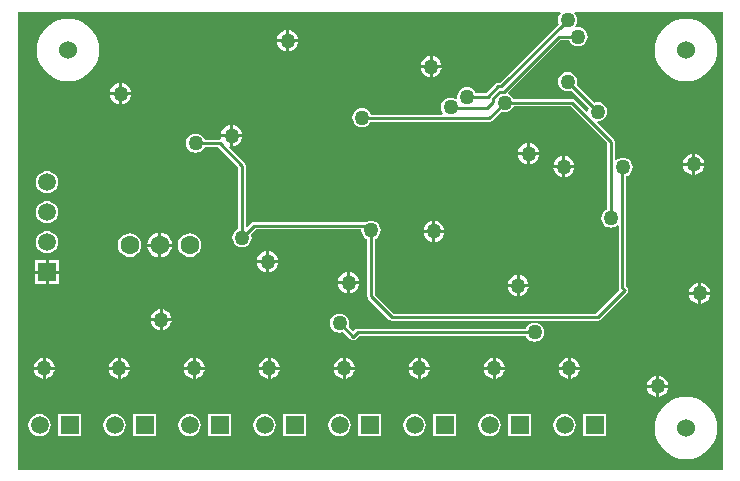
<source format=gbl>
G04 Layer_Physical_Order=2*
G04 Layer_Color=16711680*
%FSLAX23Y23*%
%MOIN*%
G70*
G01*
G75*
%ADD23C,0.010*%
%ADD25C,0.063*%
%ADD26C,0.060*%
%ADD27C,0.059*%
%ADD28R,0.059X0.059*%
%ADD29R,0.059X0.059*%
%ADD30C,0.050*%
G36*
X3363Y1012D02*
X1012D01*
Y2538D01*
X2821D01*
X2822Y2535D01*
X2822Y2533D01*
X2817Y2526D01*
X2814Y2518D01*
X2813Y2510D01*
X2814Y2502D01*
X2815Y2498D01*
X2619Y2301D01*
X2613D01*
X2608Y2300D01*
X2604Y2298D01*
X2574Y2267D01*
X2540D01*
X2538Y2271D01*
X2533Y2278D01*
X2526Y2283D01*
X2518Y2286D01*
X2510Y2287D01*
X2502Y2286D01*
X2494Y2283D01*
X2487Y2278D01*
X2482Y2271D01*
X2479Y2263D01*
X2478Y2255D01*
X2479Y2249D01*
X2474Y2246D01*
X2471Y2248D01*
X2463Y2251D01*
X2455Y2252D01*
X2447Y2251D01*
X2439Y2248D01*
X2432Y2243D01*
X2427Y2236D01*
X2424Y2228D01*
X2423Y2220D01*
X2424Y2212D01*
X2427Y2204D01*
X2430Y2200D01*
X2427Y2195D01*
X2190D01*
X2188Y2201D01*
X2183Y2208D01*
X2176Y2213D01*
X2168Y2216D01*
X2160Y2217D01*
X2152Y2216D01*
X2144Y2213D01*
X2137Y2208D01*
X2132Y2201D01*
X2129Y2193D01*
X2128Y2185D01*
X2129Y2177D01*
X2132Y2169D01*
X2137Y2162D01*
X2144Y2157D01*
X2152Y2154D01*
X2160Y2153D01*
X2168Y2154D01*
X2176Y2157D01*
X2183Y2162D01*
X2188Y2169D01*
X2189Y2171D01*
X2583D01*
X2588Y2172D01*
X2592Y2174D01*
X2623Y2205D01*
X2627Y2204D01*
X2635Y2203D01*
X2643Y2204D01*
X2651Y2207D01*
X2658Y2212D01*
X2663Y2219D01*
X2665Y2223D01*
X2855D01*
X2978Y2100D01*
Y1880D01*
X2974Y1878D01*
X2967Y1873D01*
X2962Y1866D01*
X2959Y1858D01*
X2958Y1850D01*
X2959Y1842D01*
X2962Y1834D01*
X2967Y1827D01*
X2974Y1822D01*
X2982Y1819D01*
X2990Y1818D01*
X2998Y1819D01*
X3006Y1822D01*
X3011Y1826D01*
X3016Y1823D01*
Y1617D01*
X3017Y1612D01*
X3018Y1610D01*
X2940Y1532D01*
X2265D01*
X2202Y1595D01*
Y1780D01*
X2206Y1782D01*
X2213Y1787D01*
X2218Y1794D01*
X2221Y1802D01*
X2222Y1810D01*
X2221Y1818D01*
X2218Y1826D01*
X2213Y1833D01*
X2206Y1838D01*
X2198Y1841D01*
X2190Y1842D01*
X2182Y1841D01*
X2174Y1838D01*
X2173Y1837D01*
X1800D01*
X1795Y1836D01*
X1791Y1834D01*
X1777Y1820D01*
X1772Y1822D01*
Y2025D01*
X1771Y2030D01*
X1769Y2034D01*
X1717Y2086D01*
X1719Y2091D01*
X1720Y2090D01*
Y2120D01*
X1690D01*
X1691Y2116D01*
X1687Y2112D01*
X1685Y2112D01*
X1635D01*
X1633Y2116D01*
X1628Y2123D01*
X1621Y2128D01*
X1613Y2131D01*
X1605Y2132D01*
X1597Y2131D01*
X1589Y2128D01*
X1582Y2123D01*
X1577Y2116D01*
X1574Y2108D01*
X1573Y2100D01*
X1574Y2092D01*
X1577Y2084D01*
X1582Y2077D01*
X1589Y2072D01*
X1597Y2069D01*
X1605Y2068D01*
X1613Y2069D01*
X1621Y2072D01*
X1628Y2077D01*
X1633Y2084D01*
X1635Y2088D01*
X1680D01*
X1748Y2020D01*
Y1815D01*
X1744Y1813D01*
X1737Y1808D01*
X1732Y1801D01*
X1729Y1793D01*
X1728Y1785D01*
X1729Y1777D01*
X1732Y1769D01*
X1737Y1762D01*
X1744Y1757D01*
X1752Y1754D01*
X1760Y1753D01*
X1768Y1754D01*
X1776Y1757D01*
X1783Y1762D01*
X1788Y1769D01*
X1791Y1777D01*
X1792Y1785D01*
X1791Y1793D01*
X1790Y1797D01*
X1805Y1813D01*
X2155D01*
X2158Y1810D01*
X2159Y1802D01*
X2162Y1794D01*
X2167Y1787D01*
X2174Y1782D01*
X2178Y1780D01*
Y1590D01*
X2179Y1585D01*
X2181Y1581D01*
X2251Y1511D01*
X2255Y1509D01*
X2260Y1508D01*
X2945D01*
X2950Y1509D01*
X2954Y1511D01*
X3044Y1601D01*
X3046Y1605D01*
X3047Y1610D01*
X3046Y1615D01*
X3044Y1619D01*
X3040Y1622D01*
Y1990D01*
X3046Y1992D01*
X3053Y1997D01*
X3058Y2004D01*
X3061Y2012D01*
X3062Y2020D01*
X3061Y2028D01*
X3058Y2036D01*
X3053Y2043D01*
X3046Y2048D01*
X3038Y2051D01*
X3030Y2052D01*
X3022Y2051D01*
X3014Y2048D01*
X3007Y2043D01*
X3005Y2043D01*
X3002Y2044D01*
Y2105D01*
X3001Y2110D01*
X2999Y2114D01*
X2944Y2168D01*
X2946Y2173D01*
X2953Y2174D01*
X2961Y2177D01*
X2968Y2182D01*
X2973Y2189D01*
X2976Y2197D01*
X2977Y2205D01*
X2976Y2213D01*
X2973Y2221D01*
X2968Y2228D01*
X2961Y2233D01*
X2953Y2236D01*
X2945Y2237D01*
X2937Y2236D01*
X2933Y2235D01*
X2875Y2293D01*
X2876Y2297D01*
X2877Y2305D01*
X2876Y2313D01*
X2873Y2321D01*
X2868Y2328D01*
X2861Y2333D01*
X2853Y2336D01*
X2845Y2337D01*
X2837Y2336D01*
X2829Y2333D01*
X2822Y2328D01*
X2817Y2321D01*
X2814Y2313D01*
X2813Y2305D01*
X2814Y2297D01*
X2817Y2289D01*
X2822Y2282D01*
X2829Y2277D01*
X2837Y2274D01*
X2845Y2273D01*
X2853Y2274D01*
X2857Y2275D01*
X2915Y2217D01*
X2914Y2213D01*
X2913Y2206D01*
X2908Y2204D01*
X2869Y2244D01*
X2865Y2246D01*
X2860Y2247D01*
X2665D01*
X2663Y2251D01*
X2658Y2258D01*
X2651Y2263D01*
X2648Y2264D01*
X2647Y2269D01*
X2820Y2443D01*
X2850D01*
X2852Y2439D01*
X2857Y2432D01*
X2864Y2427D01*
X2872Y2424D01*
X2880Y2423D01*
X2888Y2424D01*
X2896Y2427D01*
X2903Y2432D01*
X2908Y2439D01*
X2911Y2447D01*
X2912Y2455D01*
X2911Y2463D01*
X2908Y2471D01*
X2903Y2478D01*
X2896Y2483D01*
X2888Y2486D01*
X2880Y2487D01*
X2874Y2486D01*
X2871Y2491D01*
X2873Y2494D01*
X2876Y2502D01*
X2877Y2510D01*
X2876Y2518D01*
X2873Y2526D01*
X2868Y2533D01*
X2868Y2535D01*
X2869Y2538D01*
X3363D01*
Y1012D01*
D02*
G37*
%LPC*%
G36*
X1355Y1385D02*
Y1355D01*
X1385D01*
X1384Y1359D01*
X1381Y1368D01*
X1375Y1375D01*
X1368Y1381D01*
X1359Y1384D01*
X1355Y1385D01*
D02*
G37*
G36*
X1105D02*
Y1355D01*
X1135D01*
X1134Y1359D01*
X1131Y1368D01*
X1125Y1375D01*
X1118Y1381D01*
X1109Y1384D01*
X1105Y1385D01*
D02*
G37*
G36*
X1345D02*
X1341Y1384D01*
X1332Y1381D01*
X1325Y1375D01*
X1319Y1368D01*
X1316Y1359D01*
X1315Y1355D01*
X1345D01*
Y1385D01*
D02*
G37*
G36*
X1595D02*
X1591Y1384D01*
X1582Y1381D01*
X1575Y1375D01*
X1569Y1368D01*
X1566Y1359D01*
X1565Y1355D01*
X1595D01*
Y1385D01*
D02*
G37*
G36*
X1855D02*
Y1355D01*
X1885D01*
X1884Y1359D01*
X1881Y1368D01*
X1875Y1375D01*
X1868Y1381D01*
X1859Y1384D01*
X1855Y1385D01*
D02*
G37*
G36*
X1845D02*
X1841Y1384D01*
X1832Y1381D01*
X1825Y1375D01*
X1819Y1368D01*
X1816Y1359D01*
X1815Y1355D01*
X1845D01*
Y1385D01*
D02*
G37*
G36*
X1605D02*
Y1355D01*
X1635D01*
X1634Y1359D01*
X1631Y1368D01*
X1625Y1375D01*
X1618Y1381D01*
X1609Y1384D01*
X1605Y1385D01*
D02*
G37*
G36*
X1095D02*
X1091Y1384D01*
X1082Y1381D01*
X1075Y1375D01*
X1069Y1368D01*
X1066Y1359D01*
X1065Y1355D01*
X1095D01*
Y1385D01*
D02*
G37*
G36*
X2385Y1345D02*
X2355D01*
Y1315D01*
X2359Y1316D01*
X2368Y1319D01*
X2375Y1325D01*
X2381Y1332D01*
X2384Y1341D01*
X2385Y1345D01*
D02*
G37*
G36*
X2345D02*
X2315D01*
X2316Y1341D01*
X2319Y1332D01*
X2325Y1325D01*
X2332Y1319D01*
X2341Y1316D01*
X2345Y1315D01*
Y1345D01*
D02*
G37*
G36*
X2135D02*
X2105D01*
Y1315D01*
X2109Y1316D01*
X2118Y1319D01*
X2125Y1325D01*
X2131Y1332D01*
X2134Y1341D01*
X2135Y1345D01*
D02*
G37*
G36*
X2595D02*
X2565D01*
X2566Y1341D01*
X2569Y1332D01*
X2575Y1325D01*
X2582Y1319D01*
X2591Y1316D01*
X2595Y1315D01*
Y1345D01*
D02*
G37*
G36*
X2885D02*
X2855D01*
Y1315D01*
X2859Y1316D01*
X2868Y1319D01*
X2875Y1325D01*
X2881Y1332D01*
X2884Y1341D01*
X2885Y1345D01*
D02*
G37*
G36*
X2845D02*
X2815D01*
X2816Y1341D01*
X2819Y1332D01*
X2825Y1325D01*
X2832Y1319D01*
X2841Y1316D01*
X2845Y1315D01*
Y1345D01*
D02*
G37*
G36*
X2635D02*
X2605D01*
Y1315D01*
X2609Y1316D01*
X2618Y1319D01*
X2625Y1325D01*
X2631Y1332D01*
X2634Y1341D01*
X2635Y1345D01*
D02*
G37*
G36*
X1525Y1507D02*
X1495D01*
Y1477D01*
X1499Y1478D01*
X1508Y1481D01*
X1515Y1487D01*
X1521Y1494D01*
X1524Y1503D01*
X1525Y1507D01*
D02*
G37*
G36*
X1485D02*
X1455D01*
X1456Y1503D01*
X1459Y1494D01*
X1465Y1487D01*
X1472Y1481D01*
X1481Y1478D01*
X1485Y1477D01*
Y1507D01*
D02*
G37*
G36*
X2085Y1532D02*
X2077Y1531D01*
X2069Y1528D01*
X2062Y1523D01*
X2057Y1516D01*
X2054Y1508D01*
X2053Y1500D01*
X2054Y1492D01*
X2057Y1484D01*
X2062Y1477D01*
X2069Y1472D01*
X2077Y1469D01*
X2085Y1468D01*
X2093Y1469D01*
X2097Y1470D01*
X2121Y1446D01*
X2125Y1444D01*
X2130Y1443D01*
X2135Y1444D01*
X2139Y1446D01*
X2150Y1458D01*
X2705D01*
X2707Y1454D01*
X2712Y1447D01*
X2719Y1442D01*
X2727Y1439D01*
X2735Y1438D01*
X2743Y1439D01*
X2751Y1442D01*
X2758Y1447D01*
X2763Y1454D01*
X2766Y1462D01*
X2767Y1470D01*
X2766Y1478D01*
X2763Y1486D01*
X2758Y1493D01*
X2751Y1498D01*
X2743Y1501D01*
X2735Y1502D01*
X2727Y1501D01*
X2719Y1498D01*
X2712Y1493D01*
X2707Y1486D01*
X2705Y1482D01*
X2145D01*
X2140Y1481D01*
X2136Y1479D01*
X2130Y1472D01*
X2115Y1488D01*
X2116Y1492D01*
X2117Y1500D01*
X2116Y1508D01*
X2113Y1516D01*
X2108Y1523D01*
X2101Y1528D01*
X2093Y1531D01*
X2085Y1532D01*
D02*
G37*
G36*
X1485Y1546D02*
X1481Y1546D01*
X1472Y1542D01*
X1465Y1537D01*
X1459Y1530D01*
X1456Y1521D01*
X1455Y1517D01*
X1485D01*
Y1546D01*
D02*
G37*
G36*
X3320Y1595D02*
X3290D01*
Y1565D01*
X3294Y1566D01*
X3303Y1569D01*
X3310Y1575D01*
X3316Y1582D01*
X3319Y1591D01*
X3320Y1595D01*
D02*
G37*
G36*
X3280D02*
X3250D01*
X3251Y1591D01*
X3254Y1582D01*
X3260Y1575D01*
X3267Y1569D01*
X3276Y1566D01*
X3280Y1565D01*
Y1595D01*
D02*
G37*
G36*
X1495Y1546D02*
Y1517D01*
X1525D01*
X1524Y1521D01*
X1521Y1530D01*
X1515Y1537D01*
X1508Y1542D01*
X1499Y1546D01*
X1495Y1546D01*
D02*
G37*
G36*
X2855Y1385D02*
Y1355D01*
X2885D01*
X2884Y1359D01*
X2881Y1368D01*
X2875Y1375D01*
X2868Y1381D01*
X2859Y1384D01*
X2855Y1385D01*
D02*
G37*
G36*
X2345D02*
X2341Y1384D01*
X2332Y1381D01*
X2325Y1375D01*
X2319Y1368D01*
X2316Y1359D01*
X2315Y1355D01*
X2345D01*
Y1385D01*
D02*
G37*
G36*
X2105D02*
Y1355D01*
X2135D01*
X2134Y1359D01*
X2131Y1368D01*
X2125Y1375D01*
X2118Y1381D01*
X2109Y1384D01*
X2105Y1385D01*
D02*
G37*
G36*
X2095D02*
X2091Y1384D01*
X2082Y1381D01*
X2075Y1375D01*
X2069Y1368D01*
X2066Y1359D01*
X2065Y1355D01*
X2095D01*
Y1385D01*
D02*
G37*
G36*
X2355D02*
Y1355D01*
X2385D01*
X2384Y1359D01*
X2381Y1368D01*
X2375Y1375D01*
X2368Y1381D01*
X2359Y1384D01*
X2355Y1385D01*
D02*
G37*
G36*
X2845D02*
X2841Y1384D01*
X2832Y1381D01*
X2825Y1375D01*
X2819Y1368D01*
X2816Y1359D01*
X2815Y1355D01*
X2845D01*
Y1385D01*
D02*
G37*
G36*
X2605D02*
Y1355D01*
X2635D01*
X2634Y1359D01*
X2631Y1368D01*
X2625Y1375D01*
X2618Y1381D01*
X2609Y1384D01*
X2605Y1385D01*
D02*
G37*
G36*
X2595D02*
X2591Y1384D01*
X2582Y1381D01*
X2575Y1375D01*
X2569Y1368D01*
X2566Y1359D01*
X2565Y1355D01*
X2595D01*
Y1385D01*
D02*
G37*
G36*
X1472Y1197D02*
X1398D01*
Y1123D01*
X1472D01*
Y1197D01*
D02*
G37*
G36*
X1222D02*
X1148D01*
Y1123D01*
X1222D01*
Y1197D01*
D02*
G37*
G36*
X2835Y1197D02*
X2825Y1196D01*
X2817Y1192D01*
X2809Y1186D01*
X2803Y1178D01*
X2799Y1170D01*
X2798Y1160D01*
X2799Y1150D01*
X2803Y1142D01*
X2809Y1134D01*
X2817Y1128D01*
X2825Y1124D01*
X2835Y1123D01*
X2845Y1124D01*
X2853Y1128D01*
X2861Y1134D01*
X2867Y1142D01*
X2871Y1150D01*
X2872Y1160D01*
X2871Y1170D01*
X2867Y1178D01*
X2861Y1186D01*
X2853Y1192D01*
X2845Y1196D01*
X2835Y1197D01*
D02*
G37*
G36*
X1722Y1197D02*
X1648D01*
Y1123D01*
X1722D01*
Y1197D01*
D02*
G37*
G36*
X2472D02*
X2398D01*
Y1123D01*
X2472D01*
Y1197D01*
D02*
G37*
G36*
X2222D02*
X2148D01*
Y1123D01*
X2222D01*
Y1197D01*
D02*
G37*
G36*
X1972D02*
X1898D01*
Y1123D01*
X1972D01*
Y1197D01*
D02*
G37*
G36*
X2585Y1197D02*
X2575Y1196D01*
X2567Y1192D01*
X2559Y1186D01*
X2553Y1178D01*
X2549Y1170D01*
X2548Y1160D01*
X2549Y1150D01*
X2553Y1142D01*
X2559Y1134D01*
X2567Y1128D01*
X2575Y1124D01*
X2585Y1123D01*
X2595Y1124D01*
X2603Y1128D01*
X2611Y1134D01*
X2617Y1142D01*
X2621Y1150D01*
X2622Y1160D01*
X2621Y1170D01*
X2617Y1178D01*
X2611Y1186D01*
X2603Y1192D01*
X2595Y1196D01*
X2585Y1197D01*
D02*
G37*
G36*
X1335D02*
X1325Y1196D01*
X1317Y1192D01*
X1309Y1186D01*
X1303Y1178D01*
X1299Y1170D01*
X1298Y1160D01*
X1299Y1150D01*
X1303Y1142D01*
X1309Y1134D01*
X1317Y1128D01*
X1325Y1124D01*
X1335Y1123D01*
X1345Y1124D01*
X1353Y1128D01*
X1361Y1134D01*
X1367Y1142D01*
X1371Y1150D01*
X1372Y1160D01*
X1371Y1170D01*
X1367Y1178D01*
X1361Y1186D01*
X1353Y1192D01*
X1345Y1196D01*
X1335Y1197D01*
D02*
G37*
G36*
X1085D02*
X1075Y1196D01*
X1067Y1192D01*
X1059Y1186D01*
X1053Y1178D01*
X1049Y1170D01*
X1048Y1160D01*
X1049Y1150D01*
X1053Y1142D01*
X1059Y1134D01*
X1067Y1128D01*
X1075Y1124D01*
X1085Y1123D01*
X1095Y1124D01*
X1103Y1128D01*
X1111Y1134D01*
X1117Y1142D01*
X1121Y1150D01*
X1122Y1160D01*
X1121Y1170D01*
X1117Y1178D01*
X1111Y1186D01*
X1103Y1192D01*
X1095Y1196D01*
X1085Y1197D01*
D02*
G37*
G36*
X3240Y1254D02*
X3224Y1253D01*
X3208Y1249D01*
X3193Y1243D01*
X3179Y1234D01*
X3166Y1224D01*
X3156Y1211D01*
X3147Y1197D01*
X3141Y1182D01*
X3137Y1166D01*
X3136Y1150D01*
X3137Y1134D01*
X3141Y1118D01*
X3147Y1103D01*
X3156Y1089D01*
X3166Y1076D01*
X3179Y1066D01*
X3193Y1057D01*
X3208Y1051D01*
X3224Y1047D01*
X3240Y1046D01*
X3256Y1047D01*
X3272Y1051D01*
X3287Y1057D01*
X3301Y1066D01*
X3314Y1076D01*
X3324Y1089D01*
X3333Y1103D01*
X3339Y1118D01*
X3343Y1134D01*
X3344Y1150D01*
X3343Y1166D01*
X3339Y1182D01*
X3333Y1197D01*
X3324Y1211D01*
X3314Y1224D01*
X3301Y1234D01*
X3287Y1243D01*
X3272Y1249D01*
X3256Y1253D01*
X3240Y1254D01*
D02*
G37*
G36*
X1585Y1197D02*
X1575Y1196D01*
X1567Y1192D01*
X1559Y1186D01*
X1553Y1178D01*
X1549Y1170D01*
X1548Y1160D01*
X1549Y1150D01*
X1553Y1142D01*
X1559Y1134D01*
X1567Y1128D01*
X1575Y1124D01*
X1585Y1123D01*
X1595Y1124D01*
X1603Y1128D01*
X1611Y1134D01*
X1617Y1142D01*
X1621Y1150D01*
X1622Y1160D01*
X1621Y1170D01*
X1617Y1178D01*
X1611Y1186D01*
X1603Y1192D01*
X1595Y1196D01*
X1585Y1197D01*
D02*
G37*
G36*
X2335D02*
X2325Y1196D01*
X2317Y1192D01*
X2309Y1186D01*
X2303Y1178D01*
X2299Y1170D01*
X2298Y1160D01*
X2299Y1150D01*
X2303Y1142D01*
X2309Y1134D01*
X2317Y1128D01*
X2325Y1124D01*
X2335Y1123D01*
X2345Y1124D01*
X2353Y1128D01*
X2361Y1134D01*
X2367Y1142D01*
X2371Y1150D01*
X2372Y1160D01*
X2371Y1170D01*
X2367Y1178D01*
X2361Y1186D01*
X2353Y1192D01*
X2345Y1196D01*
X2335Y1197D01*
D02*
G37*
G36*
X2085D02*
X2075Y1196D01*
X2067Y1192D01*
X2059Y1186D01*
X2053Y1178D01*
X2049Y1170D01*
X2048Y1160D01*
X2049Y1150D01*
X2053Y1142D01*
X2059Y1134D01*
X2067Y1128D01*
X2075Y1124D01*
X2085Y1123D01*
X2095Y1124D01*
X2103Y1128D01*
X2111Y1134D01*
X2117Y1142D01*
X2121Y1150D01*
X2122Y1160D01*
X2121Y1170D01*
X2117Y1178D01*
X2111Y1186D01*
X2103Y1192D01*
X2095Y1196D01*
X2085Y1197D01*
D02*
G37*
G36*
X1835D02*
X1825Y1196D01*
X1817Y1192D01*
X1809Y1186D01*
X1803Y1178D01*
X1799Y1170D01*
X1798Y1160D01*
X1799Y1150D01*
X1803Y1142D01*
X1809Y1134D01*
X1817Y1128D01*
X1825Y1124D01*
X1835Y1123D01*
X1845Y1124D01*
X1853Y1128D01*
X1861Y1134D01*
X1867Y1142D01*
X1871Y1150D01*
X1872Y1160D01*
X1871Y1170D01*
X1867Y1178D01*
X1861Y1186D01*
X1853Y1192D01*
X1845Y1196D01*
X1835Y1197D01*
D02*
G37*
G36*
X1595Y1345D02*
X1565D01*
X1566Y1341D01*
X1569Y1332D01*
X1575Y1325D01*
X1582Y1319D01*
X1591Y1316D01*
X1595Y1315D01*
Y1345D01*
D02*
G37*
G36*
X1385D02*
X1355D01*
Y1315D01*
X1359Y1316D01*
X1368Y1319D01*
X1375Y1325D01*
X1381Y1332D01*
X1384Y1341D01*
X1385Y1345D01*
D02*
G37*
G36*
X1345D02*
X1315D01*
X1316Y1341D01*
X1319Y1332D01*
X1325Y1325D01*
X1332Y1319D01*
X1341Y1316D01*
X1345Y1315D01*
Y1345D01*
D02*
G37*
G36*
X1635D02*
X1605D01*
Y1315D01*
X1609Y1316D01*
X1618Y1319D01*
X1625Y1325D01*
X1631Y1332D01*
X1634Y1341D01*
X1635Y1345D01*
D02*
G37*
G36*
X2095D02*
X2065D01*
X2066Y1341D01*
X2069Y1332D01*
X2075Y1325D01*
X2082Y1319D01*
X2091Y1316D01*
X2095Y1315D01*
Y1345D01*
D02*
G37*
G36*
X1885D02*
X1855D01*
Y1315D01*
X1859Y1316D01*
X1868Y1319D01*
X1875Y1325D01*
X1881Y1332D01*
X1884Y1341D01*
X1885Y1345D01*
D02*
G37*
G36*
X1845D02*
X1815D01*
X1816Y1341D01*
X1819Y1332D01*
X1825Y1325D01*
X1832Y1319D01*
X1841Y1316D01*
X1845Y1315D01*
Y1345D01*
D02*
G37*
G36*
X1135D02*
X1105D01*
Y1315D01*
X1109Y1316D01*
X1118Y1319D01*
X1125Y1325D01*
X1131Y1332D01*
X1134Y1341D01*
X1135Y1345D01*
D02*
G37*
G36*
X3140Y1285D02*
X3110D01*
X3111Y1281D01*
X3114Y1272D01*
X3120Y1265D01*
X3127Y1259D01*
X3136Y1256D01*
X3140Y1255D01*
Y1285D01*
D02*
G37*
G36*
X2972Y1197D02*
X2898D01*
Y1123D01*
X2972D01*
Y1197D01*
D02*
G37*
G36*
X2722D02*
X2648D01*
Y1123D01*
X2722D01*
Y1197D01*
D02*
G37*
G36*
X3180Y1285D02*
X3150D01*
Y1255D01*
X3154Y1256D01*
X3163Y1259D01*
X3170Y1265D01*
X3176Y1272D01*
X3179Y1281D01*
X3180Y1285D01*
D02*
G37*
G36*
X1095Y1345D02*
X1065D01*
X1066Y1341D01*
X1069Y1332D01*
X1075Y1325D01*
X1082Y1319D01*
X1091Y1316D01*
X1095Y1315D01*
Y1345D01*
D02*
G37*
G36*
X3150Y1325D02*
Y1295D01*
X3180D01*
X3179Y1299D01*
X3176Y1308D01*
X3170Y1315D01*
X3163Y1321D01*
X3154Y1324D01*
X3150Y1325D01*
D02*
G37*
G36*
X3140D02*
X3136Y1324D01*
X3127Y1321D01*
X3120Y1315D01*
X3114Y1308D01*
X3111Y1299D01*
X3110Y1295D01*
X3140D01*
Y1325D01*
D02*
G37*
G36*
X3270Y2065D02*
Y2035D01*
X3300D01*
X3299Y2039D01*
X3296Y2048D01*
X3290Y2055D01*
X3283Y2061D01*
X3274Y2064D01*
X3270Y2065D01*
D02*
G37*
G36*
X3260D02*
X3256Y2064D01*
X3247Y2061D01*
X3240Y2055D01*
X3234Y2048D01*
X3231Y2039D01*
X3230Y2035D01*
X3260D01*
Y2065D01*
D02*
G37*
G36*
X2750Y2060D02*
X2720D01*
Y2030D01*
X2724Y2031D01*
X2733Y2034D01*
X2740Y2040D01*
X2746Y2047D01*
X2749Y2056D01*
X2750Y2060D01*
D02*
G37*
G36*
X2710Y2100D02*
X2706Y2099D01*
X2697Y2096D01*
X2690Y2090D01*
X2684Y2083D01*
X2681Y2074D01*
X2680Y2070D01*
X2710D01*
Y2100D01*
D02*
G37*
G36*
X1720Y2160D02*
X1716Y2159D01*
X1707Y2156D01*
X1700Y2150D01*
X1694Y2143D01*
X1691Y2134D01*
X1690Y2130D01*
X1720D01*
Y2160D01*
D02*
G37*
G36*
X1760Y2120D02*
X1730D01*
Y2090D01*
X1734Y2091D01*
X1743Y2094D01*
X1750Y2100D01*
X1756Y2107D01*
X1759Y2116D01*
X1760Y2120D01*
D02*
G37*
G36*
X2720Y2100D02*
Y2070D01*
X2750D01*
X2749Y2074D01*
X2746Y2083D01*
X2740Y2090D01*
X2733Y2096D01*
X2724Y2099D01*
X2720Y2100D01*
D02*
G37*
G36*
X2710Y2060D02*
X2680D01*
X2681Y2056D01*
X2684Y2047D01*
X2690Y2040D01*
X2697Y2034D01*
X2706Y2031D01*
X2710Y2030D01*
Y2060D01*
D02*
G37*
G36*
X2867Y2017D02*
X2838D01*
Y1988D01*
X2842Y1988D01*
X2850Y1992D01*
X2858Y1997D01*
X2863Y2005D01*
X2867Y2013D01*
X2867Y2017D01*
D02*
G37*
G36*
X2828D02*
X2798D01*
X2799Y2013D01*
X2802Y2005D01*
X2808Y1997D01*
X2815Y1992D01*
X2824Y1988D01*
X2828Y1988D01*
Y2017D01*
D02*
G37*
G36*
X1110Y2007D02*
X1100Y2006D01*
X1092Y2002D01*
X1084Y1996D01*
X1078Y1988D01*
X1074Y1980D01*
X1073Y1970D01*
X1074Y1960D01*
X1078Y1952D01*
X1084Y1944D01*
X1092Y1938D01*
X1100Y1934D01*
X1110Y1933D01*
X1120Y1934D01*
X1128Y1938D01*
X1136Y1944D01*
X1142Y1952D01*
X1146Y1960D01*
X1147Y1970D01*
X1146Y1980D01*
X1142Y1988D01*
X1136Y1996D01*
X1128Y2002D01*
X1120Y2006D01*
X1110Y2007D01*
D02*
G37*
G36*
X3260Y2025D02*
X3230D01*
X3231Y2021D01*
X3234Y2012D01*
X3240Y2005D01*
X3247Y1999D01*
X3256Y1996D01*
X3260Y1995D01*
Y2025D01*
D02*
G37*
G36*
X2838Y2057D02*
Y2027D01*
X2867D01*
X2867Y2031D01*
X2863Y2040D01*
X2858Y2047D01*
X2850Y2053D01*
X2842Y2056D01*
X2838Y2057D01*
D02*
G37*
G36*
X2828D02*
X2824Y2056D01*
X2815Y2053D01*
X2808Y2047D01*
X2802Y2040D01*
X2799Y2031D01*
X2798Y2027D01*
X2828D01*
Y2057D01*
D02*
G37*
G36*
X3300Y2025D02*
X3270D01*
Y1995D01*
X3274Y1996D01*
X3283Y1999D01*
X3290Y2005D01*
X3296Y2012D01*
X3299Y2021D01*
X3300Y2025D01*
D02*
G37*
G36*
X2395Y2390D02*
Y2360D01*
X2425D01*
X2424Y2364D01*
X2421Y2373D01*
X2415Y2380D01*
X2408Y2386D01*
X2399Y2389D01*
X2395Y2390D01*
D02*
G37*
G36*
X2385D02*
X2381Y2389D01*
X2372Y2386D01*
X2365Y2380D01*
X2359Y2373D01*
X2356Y2364D01*
X2355Y2360D01*
X2385D01*
Y2390D01*
D02*
G37*
G36*
X2425Y2350D02*
X2395D01*
Y2320D01*
X2399Y2321D01*
X2408Y2324D01*
X2415Y2330D01*
X2421Y2337D01*
X2424Y2346D01*
X2425Y2350D01*
D02*
G37*
G36*
X1907Y2437D02*
X1877D01*
X1878Y2433D01*
X1881Y2424D01*
X1887Y2417D01*
X1894Y2411D01*
X1903Y2408D01*
X1907Y2407D01*
Y2437D01*
D02*
G37*
G36*
X1917Y2476D02*
Y2447D01*
X1946D01*
X1946Y2451D01*
X1942Y2460D01*
X1937Y2467D01*
X1930Y2472D01*
X1921Y2476D01*
X1917Y2476D01*
D02*
G37*
G36*
X1907D02*
X1903Y2476D01*
X1894Y2472D01*
X1887Y2467D01*
X1881Y2460D01*
X1878Y2451D01*
X1877Y2447D01*
X1907D01*
Y2476D01*
D02*
G37*
G36*
X1946Y2437D02*
X1917D01*
Y2407D01*
X1921Y2408D01*
X1930Y2411D01*
X1937Y2417D01*
X1942Y2424D01*
X1946Y2433D01*
X1946Y2437D01*
D02*
G37*
G36*
X2385Y2350D02*
X2355D01*
X2356Y2346D01*
X2359Y2337D01*
X2365Y2330D01*
X2372Y2324D01*
X2381Y2321D01*
X2385Y2320D01*
Y2350D01*
D02*
G37*
G36*
X1390Y2260D02*
X1360D01*
Y2230D01*
X1364Y2231D01*
X1373Y2234D01*
X1380Y2240D01*
X1386Y2247D01*
X1389Y2256D01*
X1390Y2260D01*
D02*
G37*
G36*
X1350D02*
X1320D01*
X1321Y2256D01*
X1324Y2247D01*
X1330Y2240D01*
X1337Y2234D01*
X1346Y2231D01*
X1350Y2230D01*
Y2260D01*
D02*
G37*
G36*
X1730Y2160D02*
Y2130D01*
X1760D01*
X1759Y2134D01*
X1756Y2143D01*
X1750Y2150D01*
X1743Y2156D01*
X1734Y2159D01*
X1730Y2160D01*
D02*
G37*
G36*
X1350Y2300D02*
X1346Y2299D01*
X1337Y2296D01*
X1330Y2290D01*
X1324Y2283D01*
X1321Y2274D01*
X1320Y2270D01*
X1350D01*
Y2300D01*
D02*
G37*
G36*
X3240Y2514D02*
X3224Y2513D01*
X3208Y2509D01*
X3193Y2503D01*
X3179Y2494D01*
X3166Y2484D01*
X3156Y2471D01*
X3147Y2457D01*
X3141Y2442D01*
X3137Y2426D01*
X3136Y2410D01*
X3137Y2394D01*
X3141Y2378D01*
X3147Y2363D01*
X3156Y2349D01*
X3166Y2336D01*
X3179Y2326D01*
X3193Y2317D01*
X3208Y2311D01*
X3224Y2307D01*
X3240Y2306D01*
X3256Y2307D01*
X3272Y2311D01*
X3287Y2317D01*
X3301Y2326D01*
X3314Y2336D01*
X3324Y2349D01*
X3333Y2363D01*
X3339Y2378D01*
X3343Y2394D01*
X3344Y2410D01*
X3343Y2426D01*
X3339Y2442D01*
X3333Y2457D01*
X3324Y2471D01*
X3314Y2484D01*
X3301Y2494D01*
X3287Y2503D01*
X3272Y2509D01*
X3256Y2513D01*
X3240Y2514D01*
D02*
G37*
G36*
X1180D02*
X1164Y2513D01*
X1148Y2509D01*
X1133Y2503D01*
X1119Y2494D01*
X1106Y2484D01*
X1096Y2471D01*
X1087Y2457D01*
X1081Y2442D01*
X1077Y2426D01*
X1076Y2410D01*
X1077Y2394D01*
X1081Y2378D01*
X1087Y2363D01*
X1096Y2349D01*
X1106Y2336D01*
X1119Y2326D01*
X1133Y2317D01*
X1148Y2311D01*
X1164Y2307D01*
X1180Y2306D01*
X1196Y2307D01*
X1212Y2311D01*
X1227Y2317D01*
X1241Y2326D01*
X1254Y2336D01*
X1264Y2349D01*
X1273Y2363D01*
X1279Y2378D01*
X1283Y2394D01*
X1284Y2410D01*
X1283Y2426D01*
X1279Y2442D01*
X1273Y2457D01*
X1264Y2471D01*
X1254Y2484D01*
X1241Y2494D01*
X1227Y2503D01*
X1212Y2509D01*
X1196Y2513D01*
X1180Y2514D01*
D02*
G37*
G36*
X1360Y2300D02*
Y2270D01*
X1390D01*
X1389Y2274D01*
X1386Y2283D01*
X1380Y2290D01*
X1373Y2296D01*
X1364Y2299D01*
X1360Y2300D01*
D02*
G37*
G36*
X2110Y1670D02*
X2106Y1669D01*
X2097Y1666D01*
X2090Y1660D01*
X2084Y1653D01*
X2081Y1644D01*
X2080Y1640D01*
X2110D01*
Y1670D01*
D02*
G37*
G36*
X1150Y1665D02*
X1115D01*
Y1630D01*
X1150D01*
Y1665D01*
D02*
G37*
G36*
X1105D02*
X1070D01*
Y1630D01*
X1105D01*
Y1665D01*
D02*
G37*
G36*
X2120Y1670D02*
Y1640D01*
X2150D01*
X2149Y1644D01*
X2146Y1653D01*
X2140Y1660D01*
X2133Y1666D01*
X2124Y1669D01*
X2120Y1670D01*
D02*
G37*
G36*
X1105Y1710D02*
X1070D01*
Y1675D01*
X1105D01*
Y1710D01*
D02*
G37*
G36*
X1880Y1700D02*
X1850D01*
Y1670D01*
X1854Y1671D01*
X1863Y1674D01*
X1870Y1680D01*
X1876Y1687D01*
X1879Y1696D01*
X1880Y1700D01*
D02*
G37*
G36*
X1840D02*
X1810D01*
X1811Y1696D01*
X1814Y1687D01*
X1820Y1680D01*
X1827Y1674D01*
X1836Y1671D01*
X1840Y1670D01*
Y1700D01*
D02*
G37*
G36*
X2685Y1660D02*
Y1630D01*
X2715D01*
X2714Y1634D01*
X2711Y1643D01*
X2705Y1650D01*
X2698Y1656D01*
X2689Y1659D01*
X2685Y1660D01*
D02*
G37*
G36*
X2110Y1630D02*
X2080D01*
X2081Y1626D01*
X2084Y1617D01*
X2090Y1610D01*
X2097Y1604D01*
X2106Y1601D01*
X2110Y1600D01*
Y1630D01*
D02*
G37*
G36*
X2715Y1620D02*
X2685D01*
Y1590D01*
X2689Y1591D01*
X2698Y1594D01*
X2705Y1600D01*
X2711Y1607D01*
X2714Y1616D01*
X2715Y1620D01*
D02*
G37*
G36*
X2675D02*
X2645D01*
X2646Y1616D01*
X2649Y1607D01*
X2655Y1600D01*
X2662Y1594D01*
X2671Y1591D01*
X2675Y1590D01*
Y1620D01*
D02*
G37*
G36*
X2150Y1630D02*
X2120D01*
Y1600D01*
X2124Y1601D01*
X2133Y1604D01*
X2140Y1610D01*
X2146Y1617D01*
X2149Y1626D01*
X2150Y1630D01*
D02*
G37*
G36*
X2675Y1660D02*
X2671Y1659D01*
X2662Y1656D01*
X2655Y1650D01*
X2649Y1643D01*
X2646Y1634D01*
X2645Y1630D01*
X2675D01*
Y1660D01*
D02*
G37*
G36*
X3290Y1635D02*
Y1605D01*
X3320D01*
X3319Y1609D01*
X3316Y1618D01*
X3310Y1625D01*
X3303Y1631D01*
X3294Y1634D01*
X3290Y1635D01*
D02*
G37*
G36*
X3280D02*
X3276Y1634D01*
X3267Y1631D01*
X3260Y1625D01*
X3254Y1618D01*
X3251Y1609D01*
X3250Y1605D01*
X3280D01*
Y1635D01*
D02*
G37*
G36*
X2394Y1801D02*
X2365D01*
X2365Y1796D01*
X2369Y1788D01*
X2374Y1781D01*
X2382Y1775D01*
X2390Y1772D01*
X2394Y1771D01*
Y1801D01*
D02*
G37*
G36*
X1490Y1801D02*
Y1765D01*
X1526D01*
X1525Y1771D01*
X1521Y1781D01*
X1515Y1790D01*
X1506Y1796D01*
X1496Y1800D01*
X1490Y1801D01*
D02*
G37*
G36*
X1480D02*
X1474Y1800D01*
X1464Y1796D01*
X1455Y1790D01*
X1449Y1781D01*
X1445Y1771D01*
X1444Y1765D01*
X1480D01*
Y1801D01*
D02*
G37*
G36*
X2434Y1801D02*
X2404D01*
Y1771D01*
X2409Y1772D01*
X2417Y1775D01*
X2424Y1781D01*
X2430Y1788D01*
X2433Y1796D01*
X2434Y1801D01*
D02*
G37*
G36*
X1110Y1907D02*
X1100Y1906D01*
X1092Y1902D01*
X1084Y1896D01*
X1078Y1888D01*
X1074Y1880D01*
X1073Y1870D01*
X1074Y1860D01*
X1078Y1852D01*
X1084Y1844D01*
X1092Y1838D01*
X1100Y1834D01*
X1110Y1833D01*
X1120Y1834D01*
X1128Y1838D01*
X1136Y1844D01*
X1142Y1852D01*
X1146Y1860D01*
X1147Y1870D01*
X1146Y1880D01*
X1142Y1888D01*
X1136Y1896D01*
X1128Y1902D01*
X1120Y1906D01*
X1110Y1907D01*
D02*
G37*
G36*
X2404Y1840D02*
Y1811D01*
X2434D01*
X2433Y1815D01*
X2430Y1823D01*
X2424Y1831D01*
X2417Y1836D01*
X2409Y1840D01*
X2404Y1840D01*
D02*
G37*
G36*
X2394D02*
X2390Y1840D01*
X2382Y1836D01*
X2374Y1831D01*
X2369Y1823D01*
X2365Y1815D01*
X2365Y1811D01*
X2394D01*
Y1840D01*
D02*
G37*
G36*
X1110Y1807D02*
X1100Y1806D01*
X1092Y1802D01*
X1084Y1796D01*
X1078Y1788D01*
X1074Y1780D01*
X1073Y1770D01*
X1074Y1760D01*
X1078Y1752D01*
X1084Y1744D01*
X1092Y1738D01*
X1100Y1734D01*
X1110Y1733D01*
X1120Y1734D01*
X1128Y1738D01*
X1136Y1744D01*
X1142Y1752D01*
X1146Y1760D01*
X1147Y1770D01*
X1146Y1780D01*
X1142Y1788D01*
X1136Y1796D01*
X1128Y1802D01*
X1120Y1806D01*
X1110Y1807D01*
D02*
G37*
G36*
X1850Y1740D02*
Y1710D01*
X1880D01*
X1879Y1714D01*
X1876Y1723D01*
X1870Y1730D01*
X1863Y1736D01*
X1854Y1739D01*
X1850Y1740D01*
D02*
G37*
G36*
X1840D02*
X1836Y1739D01*
X1827Y1736D01*
X1820Y1730D01*
X1814Y1723D01*
X1811Y1714D01*
X1810Y1710D01*
X1840D01*
Y1740D01*
D02*
G37*
G36*
X1150Y1710D02*
X1115D01*
Y1675D01*
X1150D01*
Y1710D01*
D02*
G37*
G36*
X1480Y1755D02*
X1444D01*
X1445Y1749D01*
X1449Y1739D01*
X1455Y1730D01*
X1464Y1724D01*
X1474Y1720D01*
X1480Y1719D01*
Y1755D01*
D02*
G37*
G36*
X1585Y1799D02*
X1575Y1798D01*
X1566Y1794D01*
X1558Y1787D01*
X1551Y1779D01*
X1547Y1770D01*
X1546Y1760D01*
X1547Y1750D01*
X1551Y1741D01*
X1558Y1733D01*
X1566Y1726D01*
X1575Y1722D01*
X1585Y1721D01*
X1595Y1722D01*
X1604Y1726D01*
X1612Y1733D01*
X1619Y1741D01*
X1623Y1750D01*
X1624Y1760D01*
X1623Y1770D01*
X1619Y1779D01*
X1612Y1787D01*
X1604Y1794D01*
X1595Y1798D01*
X1585Y1799D01*
D02*
G37*
G36*
X1385D02*
X1375Y1798D01*
X1366Y1794D01*
X1358Y1787D01*
X1351Y1779D01*
X1347Y1770D01*
X1346Y1760D01*
X1347Y1750D01*
X1351Y1741D01*
X1358Y1733D01*
X1366Y1726D01*
X1375Y1722D01*
X1385Y1721D01*
X1395Y1722D01*
X1404Y1726D01*
X1412Y1733D01*
X1419Y1741D01*
X1423Y1750D01*
X1424Y1760D01*
X1423Y1770D01*
X1419Y1779D01*
X1412Y1787D01*
X1404Y1794D01*
X1395Y1798D01*
X1385Y1799D01*
D02*
G37*
G36*
X1526Y1755D02*
X1490D01*
Y1719D01*
X1496Y1720D01*
X1506Y1724D01*
X1515Y1730D01*
X1521Y1739D01*
X1525Y1749D01*
X1526Y1755D01*
D02*
G37*
%LPD*%
D23*
X3028Y1617D02*
Y2018D01*
X3030Y2020D01*
X2990Y1850D02*
Y2105D01*
X3028Y1617D02*
X3035Y1610D01*
X2578Y2218D02*
X2598Y2238D01*
X2579Y2255D02*
X2613Y2289D01*
X2457Y2218D02*
X2578D01*
X2455Y2220D02*
X2457Y2218D01*
X2510Y2255D02*
X2579D01*
X2860Y2235D02*
X2990Y2105D01*
X2583Y2183D02*
X2635Y2235D01*
X2162Y2183D02*
X2583D01*
X2160Y2185D02*
X2162Y2183D01*
X2624Y2289D02*
X2845Y2510D01*
X2613Y2289D02*
X2624D01*
X2632Y2272D02*
X2815Y2455D01*
X2620Y2272D02*
X2632D01*
X2598Y2250D02*
X2620Y2272D01*
X2598Y2238D02*
Y2250D01*
X2635Y2235D02*
X2860D01*
X2190Y1590D02*
X2260Y1520D01*
X2175Y1825D02*
X2190Y1810D01*
Y1590D02*
Y1810D01*
X1800Y1825D02*
X2175D01*
X2145Y1470D02*
X2735D01*
X2130Y1455D02*
X2145Y1470D01*
X2715Y2065D02*
X2720Y2070D01*
X1605Y2100D02*
X1685D01*
X1760Y2025D01*
Y1785D02*
Y2025D01*
X2945Y1520D02*
X3035Y1610D01*
X2260Y1520D02*
X2945D01*
X1760Y1785D02*
X1800Y1825D01*
X2085Y1500D02*
X2130Y1455D01*
X2815Y2455D02*
X2880D01*
X2845Y2305D02*
X2945Y2205D01*
D25*
X1585Y1760D02*
D03*
X1485D02*
D03*
X1385D02*
D03*
D26*
X3240Y1150D02*
D03*
Y2410D02*
D03*
X1180D02*
D03*
D27*
X1110Y1970D02*
D03*
Y1870D02*
D03*
Y1770D02*
D03*
X2835Y1160D02*
D03*
X2585D02*
D03*
X2335D02*
D03*
X2085D02*
D03*
X1835D02*
D03*
X1585D02*
D03*
X1335D02*
D03*
X1085D02*
D03*
D28*
X1110Y1670D02*
D03*
D29*
X2935Y1160D02*
D03*
X2685D02*
D03*
X2435D02*
D03*
X2185D02*
D03*
X1935D02*
D03*
X1685D02*
D03*
X1435D02*
D03*
X1185D02*
D03*
D30*
X3030Y2020D02*
D03*
X2510Y2255D02*
D03*
X2635Y2235D02*
D03*
X2190Y1810D02*
D03*
X2735Y1470D02*
D03*
X2850Y1350D02*
D03*
X2100D02*
D03*
X1350D02*
D03*
X2115Y1635D02*
D03*
X2399Y1806D02*
D03*
X3285Y1600D02*
D03*
X3145Y1290D02*
D03*
X2833Y2022D02*
D03*
X3265Y2030D02*
D03*
X2715Y2065D02*
D03*
X2390Y2355D02*
D03*
X1912Y2442D02*
D03*
X1725Y2125D02*
D03*
X1845Y1705D02*
D03*
X1355Y2265D02*
D03*
X1490Y1512D02*
D03*
X2600Y1350D02*
D03*
X2350D02*
D03*
X1850D02*
D03*
X1600D02*
D03*
X1100D02*
D03*
X2990Y1850D02*
D03*
X1605Y2100D02*
D03*
X1760Y1785D02*
D03*
X2085Y1500D02*
D03*
X2680Y1625D02*
D03*
X2160Y2185D02*
D03*
X2455Y2220D02*
D03*
X2880Y2455D02*
D03*
X2845Y2510D02*
D03*
X2945Y2205D02*
D03*
X2845Y2305D02*
D03*
M02*

</source>
